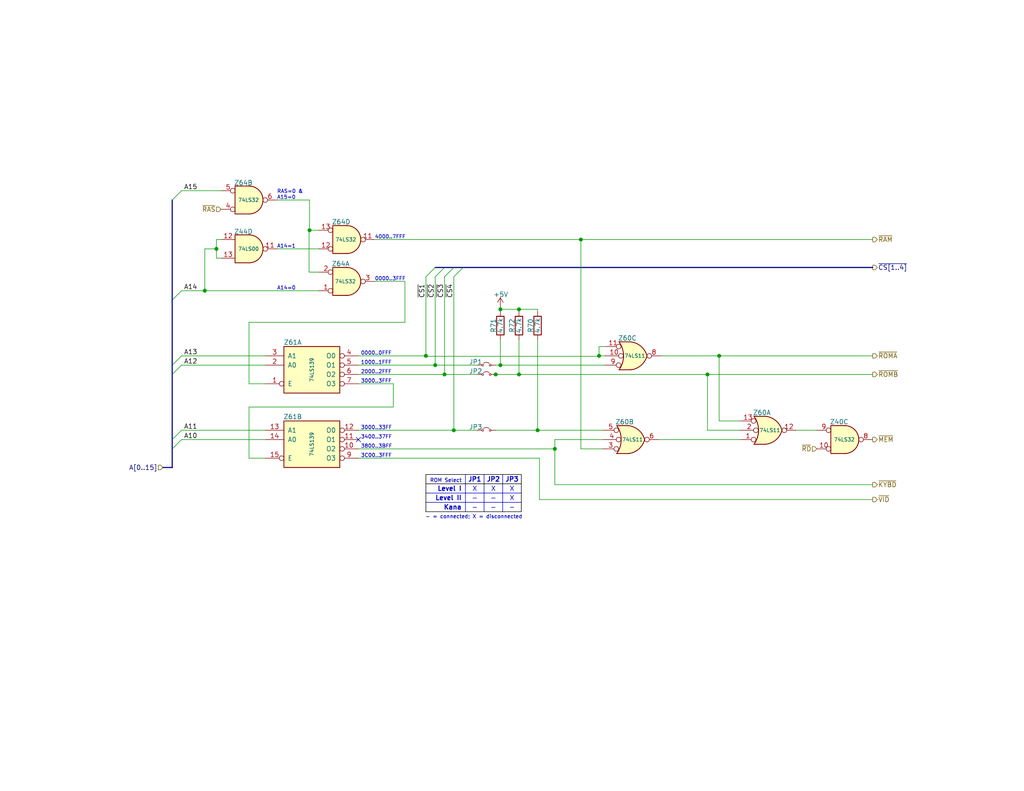
<source format=kicad_sch>
(kicad_sch (version 20250114) (generator "eeschema") (generator_version "9.0")
  (paper "USLetter")
  (title_block (title "TRS-80 Model I Rev HE11E011550") (date "2025-06-15") (rev "E1A") (company "RetroStack - Marcel Erz") (comment 2 "Address decoder circuit for main board components (except IO)") (comment 4 "Address Decoder"))
  (lib_symbols
    (symbol "74xx:74LS00" (pin_names (offset 1.016))
      (property "Reference" "U" (at 0 1.27 0))
      (property "Value" "74LS00" (at 0 -1.27 0))
      (symbol "74LS00_1_1"
        (arc (start 0 3.81) (mid 3.7934 0) (end 0 -3.81) (stroke (width 0.254)) (fill (type background)))
        (polyline (pts (xy 0 3.81) (xy -3.81 3.81) (xy -3.81 -3.81) (xy 0 -3.81)) (stroke (width 0.254)) (fill (type background)))
        (pin input line (at -7.62 2.54 0) (length 3.81) (name "~") (number "1"))
        (pin input line (at -7.62 -2.54 0) (length 3.81) (name "~") (number "2"))
        (pin output inverted (at 7.62 0 180) (length 3.81) (name "~") (number "3"))
      )
      (symbol "74LS00_1_2"
        (arc (start -3.81 3.81) (mid -2.589 0) (end -3.81 -3.81) (stroke (width 0.254)))
        (polyline (pts (xy -3.81 3.81) (xy -0.635 3.81)) (stroke (width 0.254)) (fill (type background)))
        (polyline (pts (xy -3.81 -3.81) (xy -0.635 -3.81)) (stroke (width 0.254)) (fill (type background)))
        (arc (start 3.81 0) (mid 2.1855 -2.584) (end -0.6096 -3.81) (stroke (width 0.254)) (fill (type background)))
        (arc (start -0.6096 3.81) (mid 2.1928 2.5924) (end 3.81 0) (stroke (width 0.254)) (fill (type background)))
        (polyline (pts (xy -0.635 3.81) (xy -3.81 3.81) (xy -3.81 3.81) (xy -3.556 3.4036) (xy -3.0226 2.2606) (xy -2.6924 1.0414) (xy -2.6162 -0.254) (xy -2.7686 -1.4986) (xy -3.175 -2.7178) (xy -3.81 -3.81) (xy -3.81 -3.81) (xy -0.635 -3.81)) (stroke (width -25.4)) (fill (type background)))
        (pin input inverted (at -7.62 2.54 0) (length 4.318) (name "~") (number "1"))
        (pin input inverted (at -7.62 -2.54 0) (length 4.318) (name "~") (number "2"))
        (pin output line (at 7.62 0 180) (length 3.81) (name "~") (number "3"))
      )
      (symbol "74LS00_2_1"
        (arc (start 0 3.81) (mid 3.7934 0) (end 0 -3.81) (stroke (width 0.254)) (fill (type background)))
        (polyline (pts (xy 0 3.81) (xy -3.81 3.81) (xy -3.81 -3.81) (xy 0 -3.81)) (stroke (width 0.254)) (fill (type background)))
        (pin input line (at -7.62 2.54 0) (length 3.81) (name "~") (number "4"))
        (pin input line (at -7.62 -2.54 0) (length 3.81) (name "~") (number "5"))
        (pin output inverted (at 7.62 0 180) (length 3.81) (name "~") (number "6"))
      )
      (symbol "74LS00_2_2"
        (arc (start -3.81 3.81) (mid -2.589 0) (end -3.81 -3.81) (stroke (width 0.254)))
        (polyline (pts (xy -3.81 3.81) (xy -0.635 3.81)) (stroke (width 0.254)) (fill (type background)))
        (polyline (pts (xy -3.81 -3.81) (xy -0.635 -3.81)) (stroke (width 0.254)) (fill (type background)))
        (arc (start 3.81 0) (mid 2.1855 -2.584) (end -0.6096 -3.81) (stroke (width 0.254)) (fill (type background)))
        (arc (start -0.6096 3.81) (mid 2.1928 2.5924) (end 3.81 0) (stroke (width 0.254)) (fill (type background)))
        (polyline (pts (xy -0.635 3.81) (xy -3.81 3.81) (xy -3.81 3.81) (xy -3.556 3.4036) (xy -3.0226 2.2606) (xy -2.6924 1.0414) (xy -2.6162 -0.254) (xy -2.7686 -1.4986) (xy -3.175 -2.7178) (xy -3.81 -3.81) (xy -3.81 -3.81) (xy -0.635 -3.81)) (stroke (width -25.4)) (fill (type background)))
        (pin input inverted (at -7.62 2.54 0) (length 4.318) (name "~") (number "4"))
        (pin input inverted (at -7.62 -2.54 0) (length 4.318) (name "~") (number "5"))
        (pin output line (at 7.62 0 180) (length 3.81) (name "~") (number "6"))
      )
      (symbol "74LS00_3_1"
        (arc (start 0 3.81) (mid 3.7934 0) (end 0 -3.81) (stroke (width 0.254)) (fill (type background)))
        (polyline (pts (xy 0 3.81) (xy -3.81 3.81) (xy -3.81 -3.81) (xy 0 -3.81)) (stroke (width 0.254)) (fill (type background)))
        (pin input line (at -7.62 2.54 0) (length 3.81) (name "~") (number "9"))
        (pin input line (at -7.62 -2.54 0) (length 3.81) (name "~") (number "10"))
        (pin output inverted (at 7.62 0 180) (length 3.81) (name "~") (number "8"))
      )
      (symbol "74LS00_3_2"
        (arc (start -3.81 3.81) (mid -2.589 0) (end -3.81 -3.81) (stroke (width 0.254)))
        (polyline (pts (xy -3.81 3.81) (xy -0.635 3.81)) (stroke (width 0.254)) (fill (type background)))
        (polyline (pts (xy -3.81 -3.81) (xy -0.635 -3.81)) (stroke (width 0.254)) (fill (type background)))
        (arc (start 3.81 0) (mid 2.1855 -2.584) (end -0.6096 -3.81) (stroke (width 0.254)) (fill (type background)))
        (arc (start -0.6096 3.81) (mid 2.1928 2.5924) (end 3.81 0) (stroke (width 0.254)) (fill (type background)))
        (polyline (pts (xy -0.635 3.81) (xy -3.81 3.81) (xy -3.81 3.81) (xy -3.556 3.4036) (xy -3.0226 2.2606) (xy -2.6924 1.0414) (xy -2.6162 -0.254) (xy -2.7686 -1.4986) (xy -3.175 -2.7178) (xy -3.81 -3.81) (xy -3.81 -3.81) (xy -0.635 -3.81)) (stroke (width -25.4)) (fill (type background)))
        (pin input inverted (at -7.62 2.54 0) (length 4.318) (name "~") (number "9"))
        (pin input inverted (at -7.62 -2.54 0) (length 4.318) (name "~") (number "10"))
        (pin output line (at 7.62 0 180) (length 3.81) (name "~") (number "8"))
      )
      (symbol "74LS00_4_1"
        (arc (start 0 3.81) (mid 3.7934 0) (end 0 -3.81) (stroke (width 0.254)) (fill (type background)))
        (polyline (pts (xy 0 3.81) (xy -3.81 3.81) (xy -3.81 -3.81) (xy 0 -3.81)) (stroke (width 0.254)) (fill (type background)))
        (pin input line (at -7.62 2.54 0) (length 3.81) (name "~") (number "12"))
        (pin input line (at -7.62 -2.54 0) (length 3.81) (name "~") (number "13"))
        (pin output inverted (at 7.62 0 180) (length 3.81) (name "~") (number "11"))
      )
      (symbol "74LS00_4_2"
        (arc (start -3.81 3.81) (mid -2.589 0) (end -3.81 -3.81) (stroke (width 0.254)))
        (polyline (pts (xy -3.81 3.81) (xy -0.635 3.81)) (stroke (width 0.254)) (fill (type background)))
        (polyline (pts (xy -3.81 -3.81) (xy -0.635 -3.81)) (stroke (width 0.254)) (fill (type background)))
        (arc (start 3.81 0) (mid 2.1855 -2.584) (end -0.6096 -3.81) (stroke (width 0.254)) (fill (type background)))
        (arc (start -0.6096 3.81) (mid 2.1928 2.5924) (end 3.81 0) (stroke (width 0.254)) (fill (type background)))
        (polyline (pts (xy -0.635 3.81) (xy -3.81 3.81) (xy -3.81 3.81) (xy -3.556 3.4036) (xy -3.0226 2.2606) (xy -2.6924 1.0414) (xy -2.6162 -0.254) (xy -2.7686 -1.4986) (xy -3.175 -2.7178) (xy -3.81 -3.81) (xy -3.81 -3.81) (xy -0.635 -3.81)) (stroke (width -25.4)) (fill (type background)))
        (pin input inverted (at -7.62 2.54 0) (length 4.318) (name "~") (number "12"))
        (pin input inverted (at -7.62 -2.54 0) (length 4.318) (name "~") (number "13"))
        (pin output line (at 7.62 0 180) (length 3.81) (name "~") (number "11"))
      )
      (symbol "74LS00_5_0"
        (pin power_in line (at 0 12.7 270) (length 5.08) (name "VCC") (number "14"))
        (pin power_in line (at 0 -12.7 90) (length 5.08) (name "GND") (number "7"))
      )
      (symbol "74LS00_5_1"
        (rectangle (start -5.08 7.62) (end 5.08 -7.62) (stroke (width 0.254)) (fill (type background)))
      )
    )
    (symbol "74xx:74LS11" (pin_names (offset 1.016))
      (property "Reference" "U" (at 0 1.27 0))
      (property "Value" "74LS11" (at 0 -1.27 0))
      (symbol "74LS11_1_1"
        (arc (start 0 3.81) (mid 3.7934 0) (end 0 -3.81) (stroke (width 0.254)) (fill (type background)))
        (polyline (pts (xy 0 3.81) (xy -3.81 3.81) (xy -3.81 -3.81) (xy 0 -3.81)) (stroke (width 0.254)) (fill (type background)))
        (pin input line (at -7.62 2.54 0) (length 3.81) (name "~") (number "1"))
        (pin input line (at -7.62 0 0) (length 3.81) (name "~") (number "2"))
        (pin input line (at -7.62 -2.54 0) (length 3.81) (name "~") (number "13"))
        (pin output line (at 7.62 0 180) (length 3.81) (name "~") (number "12"))
      )
      (symbol "74LS11_1_2"
        (arc (start -3.81 3.81) (mid -2.589 0) (end -3.81 -3.81) (stroke (width 0.254)))
        (polyline (pts (xy -3.81 3.81) (xy -0.635 3.81)) (stroke (width 0.254)) (fill (type background)))
        (polyline (pts (xy -3.81 -3.81) (xy -0.635 -3.81)) (stroke (width 0.254)) (fill (type background)))
        (arc (start 3.81 0) (mid 2.1855 -2.584) (end -0.6096 -3.81) (stroke (width 0.254)) (fill (type background)))
        (arc (start -0.6096 3.81) (mid 2.1928 2.5924) (end 3.81 0) (stroke (width 0.254)) (fill (type background)))
        (polyline (pts (xy -0.635 3.81) (xy -3.81 3.81) (xy -3.81 3.81) (xy -3.556 3.4036) (xy -3.0226 2.2606) (xy -2.6924 1.0414) (xy -2.6162 -0.254) (xy -2.7686 -1.4986) (xy -3.175 -2.7178) (xy -3.81 -3.81) (xy -3.81 -3.81) (xy -0.635 -3.81)) (stroke (width -25.4)) (fill (type background)))
        (pin input inverted (at -7.62 2.54 0) (length 4.318) (name "~") (number "1"))
        (pin input inverted (at -7.62 0 0) (length 4.953) (name "~") (number "2"))
        (pin input inverted (at -7.62 -2.54 0) (length 4.318) (name "~") (number "13"))
        (pin output inverted (at 7.62 0 180) (length 3.81) (name "~") (number "12"))
      )
      (symbol "74LS11_2_1"
        (arc (start 0 3.81) (mid 3.7934 0) (end 0 -3.81) (stroke (width 0.254)) (fill (type background)))
        (polyline (pts (xy 0 3.81) (xy -3.81 3.81) (xy -3.81 -3.81) (xy 0 -3.81)) (stroke (width 0.254)) (fill (type background)))
        (pin input line (at -7.62 2.54 0) (length 3.81) (name "~") (number "3"))
        (pin input line (at -7.62 0 0) (length 3.81) (name "~") (number "4"))
        (pin input line (at -7.62 -2.54 0) (length 3.81) (name "~") (number "5"))
        (pin output line (at 7.62 0 180) (length 3.81) (name "~") (number "6"))
      )
      (symbol "74LS11_2_2"
        (arc (start -3.81 3.81) (mid -2.589 0) (end -3.81 -3.81) (stroke (width 0.254)))
        (polyline (pts (xy -3.81 3.81) (xy -0.635 3.81)) (stroke (width 0.254)) (fill (type background)))
        (polyline (pts (xy -3.81 -3.81) (xy -0.635 -3.81)) (stroke (width 0.254)) (fill (type background)))
        (arc (start 3.81 0) (mid 2.1855 -2.584) (end -0.6096 -3.81) (stroke (width 0.254)) (fill (type background)))
        (arc (start -0.6096 3.81) (mid 2.1928 2.5924) (end 3.81 0) (stroke (width 0.254)) (fill (type background)))
        (polyline (pts (xy -0.635 3.81) (xy -3.81 3.81) (xy -3.81 3.81) (xy -3.556 3.4036) (xy -3.0226 2.2606) (xy -2.6924 1.0414) (xy -2.6162 -0.254) (xy -2.7686 -1.4986) (xy -3.175 -2.7178) (xy -3.81 -3.81) (xy -3.81 -3.81) (xy -0.635 -3.81)) (stroke (width -25.4)) (fill (type background)))
        (pin input inverted (at -7.62 2.54 0) (length 4.318) (name "~") (number "3"))
        (pin input inverted (at -7.62 0 0) (length 4.953) (name "~") (number "4"))
        (pin input inverted (at -7.62 -2.54 0) (length 4.318) (name "~") (number "5"))
        (pin output inverted (at 7.62 0 180) (length 3.81) (name "~") (number "6"))
      )
      (symbol "74LS11_3_1"
        (arc (start 0 3.81) (mid 3.7934 0) (end 0 -3.81) (stroke (width 0.254)) (fill (type background)))
        (polyline (pts (xy 0 3.81) (xy -3.81 3.81) (xy -3.81 -3.81) (xy 0 -3.81)) (stroke (width 0.254)) (fill (type background)))
        (pin input line (at -7.62 2.54 0) (length 3.81) (name "~") (number "9"))
        (pin input line (at -7.62 0 0) (length 3.81) (name "~") (number "10"))
        (pin input line (at -7.62 -2.54 0) (length 3.81) (name "~") (number "11"))
        (pin output line (at 7.62 0 180) (length 3.81) (name "~") (number "8"))
      )
      (symbol "74LS11_3_2"
        (arc (start -3.81 3.81) (mid -2.589 0) (end -3.81 -3.81) (stroke (width 0.254)))
        (polyline (pts (xy -3.81 3.81) (xy -0.635 3.81)) (stroke (width 0.254)) (fill (type background)))
        (polyline (pts (xy -3.81 -3.81) (xy -0.635 -3.81)) (stroke (width 0.254)) (fill (type background)))
        (arc (start 3.81 0) (mid 2.1855 -2.584) (end -0.6096 -3.81) (stroke (width 0.254)) (fill (type background)))
        (arc (start -0.6096 3.81) (mid 2.1928 2.5924) (end 3.81 0) (stroke (width 0.254)) (fill (type background)))
        (polyline (pts (xy -0.635 3.81) (xy -3.81 3.81) (xy -3.81 3.81) (xy -3.556 3.4036) (xy -3.0226 2.2606) (xy -2.6924 1.0414) (xy -2.6162 -0.254) (xy -2.7686 -1.4986) (xy -3.175 -2.7178) (xy -3.81 -3.81) (xy -3.81 -3.81) (xy -0.635 -3.81)) (stroke (width -25.4)) (fill (type background)))
        (pin input inverted (at -7.62 2.54 0) (length 4.318) (name "~") (number "9"))
        (pin input inverted (at -7.62 0 0) (length 4.953) (name "~") (number "10"))
        (pin input inverted (at -7.62 -2.54 0) (length 4.318) (name "~") (number "11"))
        (pin output inverted (at 7.62 0 180) (length 3.81) (name "~") (number "8"))
      )
      (symbol "74LS11_4_0"
        (pin power_in line (at 0 12.7 270) (length 5.08) (name "VCC") (number "14"))
        (pin power_in line (at 0 -12.7 90) (length 5.08) (name "GND") (number "7"))
      )
      (symbol "74LS11_4_1"
        (rectangle (start -5.08 7.62) (end 5.08 -7.62) (stroke (width 0.254)) (fill (type background)))
      )
    )
    (symbol "74xx:74LS139" (pin_names (offset 1.016))
      (property "Reference" "U" (at -7.62 8.89 0))
      (property "Value" "74LS139" (at -7.62 -8.89 0))
      (symbol "74LS139_1_0"
        (pin input line (at -12.7 2.54 0) (length 5.08) (name "A1") (number "3"))
        (pin input line (at -12.7 0 0) (length 5.08) (name "A0") (number "2"))
        (pin input inverted (at -12.7 -5.08 0) (length 5.08) (name "E") (number "1"))
        (pin output inverted (at 12.7 2.54 180) (length 5.08) (name "O0") (number "4"))
        (pin output inverted (at 12.7 0 180) (length 5.08) (name "O1") (number "5"))
        (pin output inverted (at 12.7 -2.54 180) (length 5.08) (name "O2") (number "6"))
        (pin output inverted (at 12.7 -5.08 180) (length 5.08) (name "O3") (number "7"))
      )
      (symbol "74LS139_1_1"
        (rectangle (start -7.62 5.08) (end 7.62 -7.62) (stroke (width 0.254)) (fill (type background)))
      )
      (symbol "74LS139_2_0"
        (pin input line (at -12.7 2.54 0) (length 5.08) (name "A1") (number "13"))
        (pin input line (at -12.7 0 0) (length 5.08) (name "A0") (number "14"))
        (pin input inverted (at -12.7 -5.08 0) (length 5.08) (name "E") (number "15"))
        (pin output inverted (at 12.7 2.54 180) (length 5.08) (name "O0") (number "12"))
        (pin output inverted (at 12.7 0 180) (length 5.08) (name "O1") (number "11"))
        (pin output inverted (at 12.7 -2.54 180) (length 5.08) (name "O2") (number "10"))
        (pin output inverted (at 12.7 -5.08 180) (length 5.08) (name "O3") (number "9"))
      )
      (symbol "74LS139_2_1"
        (rectangle (start -7.62 5.08) (end 7.62 -7.62) (stroke (width 0.254)) (fill (type background)))
      )
      (symbol "74LS139_3_0"
        (pin power_in line (at 0 12.7 270) (length 5.08) (name "VCC") (number "16"))
        (pin power_in line (at 0 -12.7 90) (length 5.08) (name "GND") (number "8"))
      )
      (symbol "74LS139_3_1"
        (rectangle (start -5.08 7.62) (end 5.08 -7.62) (stroke (width 0.254)) (fill (type background)))
      )
    )
    (symbol "74xx:74LS32" (pin_names (offset 1.016))
      (property "Reference" "U" (at 0 1.27 0))
      (property "Value" "74LS32" (at 0 -1.27 0))
      (symbol "74LS32_1_1"
        (arc (start -3.81 3.81) (mid -2.589 0) (end -3.81 -3.81) (stroke (width 0.254)))
        (polyline (pts (xy -3.81 3.81) (xy -0.635 3.81)) (stroke (width 0.254)) (fill (type background)))
        (polyline (pts (xy -3.81 -3.81) (xy -0.635 -3.81)) (stroke (width 0.254)) (fill (type background)))
        (arc (start 3.81 0) (mid 2.1855 -2.584) (end -0.6096 -3.81) (stroke (width 0.254)) (fill (type background)))
        (arc (start -0.6096 3.81) (mid 2.1928 2.5924) (end 3.81 0) (stroke (width 0.254)) (fill (type background)))
        (polyline (pts (xy -0.635 3.81) (xy -3.81 3.81) (xy -3.81 3.81) (xy -3.556 3.4036) (xy -3.0226 2.2606) (xy -2.6924 1.0414) (xy -2.6162 -0.254) (xy -2.7686 -1.4986) (xy -3.175 -2.7178) (xy -3.81 -3.81) (xy -3.81 -3.81) (xy -0.635 -3.81)) (stroke (width -25.4)) (fill (type background)))
        (pin input line (at -7.62 2.54 0) (length 4.318) (name "~") (number "1"))
        (pin input line (at -7.62 -2.54 0) (length 4.318) (name "~") (number "2"))
        (pin output line (at 7.62 0 180) (length 3.81) (name "~") (number "3"))
      )
      (symbol "74LS32_1_2"
        (arc (start 0 3.81) (mid 3.7934 0) (end 0 -3.81) (stroke (width 0.254)) (fill (type background)))
        (polyline (pts (xy 0 3.81) (xy -3.81 3.81) (xy -3.81 -3.81) (xy 0 -3.81)) (stroke (width 0.254)) (fill (type background)))
        (pin input inverted (at -7.62 2.54 0) (length 3.81) (name "~") (number "1"))
        (pin input inverted (at -7.62 -2.54 0) (length 3.81) (name "~") (number "2"))
        (pin output inverted (at 7.62 0 180) (length 3.81) (name "~") (number "3"))
      )
      (symbol "74LS32_2_1"
        (arc (start -3.81 3.81) (mid -2.589 0) (end -3.81 -3.81) (stroke (width 0.254)))
        (polyline (pts (xy -3.81 3.81) (xy -0.635 3.81)) (stroke (width 0.254)) (fill (type background)))
        (polyline (pts (xy -3.81 -3.81) (xy -0.635 -3.81)) (stroke (width 0.254)) (fill (type background)))
        (arc (start 3.81 0) (mid 2.1855 -2.584) (end -0.6096 -3.81) (stroke (width 0.254)) (fill (type background)))
        (arc (start -0.6096 3.81) (mid 2.1928 2.5924) (end 3.81 0) (stroke (width 0.254)) (fill (type background)))
        (polyline (pts (xy -0.635 3.81) (xy -3.81 3.81) (xy -3.81 3.81) (xy -3.556 3.4036) (xy -3.0226 2.2606) (xy -2.6924 1.0414) (xy -2.6162 -0.254) (xy -2.7686 -1.4986) (xy -3.175 -2.7178) (xy -3.81 -3.81) (xy -3.81 -3.81) (xy -0.635 -3.81)) (stroke (width -25.4)) (fill (type background)))
        (pin input line (at -7.62 2.54 0) (length 4.318) (name "~") (number "4"))
        (pin input line (at -7.62 -2.54 0) (length 4.318) (name "~") (number "5"))
        (pin output line (at 7.62 0 180) (length 3.81) (name "~") (number "6"))
      )
      (symbol "74LS32_2_2"
        (arc (start 0 3.81) (mid 3.7934 0) (end 0 -3.81) (stroke (width 0.254)) (fill (type background)))
        (polyline (pts (xy 0 3.81) (xy -3.81 3.81) (xy -3.81 -3.81) (xy 0 -3.81)) (stroke (width 0.254)) (fill (type background)))
        (pin input inverted (at -7.62 2.54 0) (length 3.81) (name "~") (number "4"))
        (pin input inverted (at -7.62 -2.54 0) (length 3.81) (name "~") (number "5"))
        (pin output inverted (at 7.62 0 180) (length 3.81) (name "~") (number "6"))
      )
      (symbol "74LS32_3_1"
        (arc (start -3.81 3.81) (mid -2.589 0) (end -3.81 -3.81) (stroke (width 0.254)))
        (polyline (pts (xy -3.81 3.81) (xy -0.635 3.81)) (stroke (width 0.254)) (fill (type background)))
        (polyline (pts (xy -3.81 -3.81) (xy -0.635 -3.81)) (stroke (width 0.254)) (fill (type background)))
        (arc (start 3.81 0) (mid 2.1855 -2.584) (end -0.6096 -3.81) (stroke (width 0.254)) (fill (type background)))
        (arc (start -0.6096 3.81) (mid 2.1928 2.5924) (end 3.81 0) (stroke (width 0.254)) (fill (type background)))
        (polyline (pts (xy -0.635 3.81) (xy -3.81 3.81) (xy -3.81 3.81) (xy -3.556 3.4036) (xy -3.0226 2.2606) (xy -2.6924 1.0414) (xy -2.6162 -0.254) (xy -2.7686 -1.4986) (xy -3.175 -2.7178) (xy -3.81 -3.81) (xy -3.81 -3.81) (xy -0.635 -3.81)) (stroke (width -25.4)) (fill (type background)))
        (pin input line (at -7.62 2.54 0) (length 4.318) (name "~") (number "9"))
        (pin input line (at -7.62 -2.54 0) (length 4.318) (name "~") (number "10"))
        (pin output line (at 7.62 0 180) (length 3.81) (name "~") (number "8"))
      )
      (symbol "74LS32_3_2"
        (arc (start 0 3.81) (mid 3.7934 0) (end 0 -3.81) (stroke (width 0.254)) (fill (type background)))
        (polyline (pts (xy 0 3.81) (xy -3.81 3.81) (xy -3.81 -3.81) (xy 0 -3.81)) (stroke (width 0.254)) (fill (type background)))
        (pin input inverted (at -7.62 2.54 0) (length 3.81) (name "~") (number "9"))
        (pin input inverted (at -7.62 -2.54 0) (length 3.81) (name "~") (number "10"))
        (pin output inverted (at 7.62 0 180) (length 3.81) (name "~") (number "8"))
      )
      (symbol "74LS32_4_1"
        (arc (start -3.81 3.81) (mid -2.589 0) (end -3.81 -3.81) (stroke (width 0.254)))
        (polyline (pts (xy -3.81 3.81) (xy -0.635 3.81)) (stroke (width 0.254)) (fill (type background)))
        (polyline (pts (xy -3.81 -3.81) (xy -0.635 -3.81)) (stroke (width 0.254)) (fill (type background)))
        (arc (start 3.81 0) (mid 2.1855 -2.584) (end -0.6096 -3.81) (stroke (width 0.254)) (fill (type background)))
        (arc (start -0.6096 3.81) (mid 2.1928 2.5924) (end 3.81 0) (stroke (width 0.254)) (fill (type background)))
        (polyline (pts (xy -0.635 3.81) (xy -3.81 3.81) (xy -3.81 3.81) (xy -3.556 3.4036) (xy -3.0226 2.2606) (xy -2.6924 1.0414) (xy -2.6162 -0.254) (xy -2.7686 -1.4986) (xy -3.175 -2.7178) (xy -3.81 -3.81) (xy -3.81 -3.81) (xy -0.635 -3.81)) (stroke (width -25.4)) (fill (type background)))
        (pin input line (at -7.62 2.54 0) (length 4.318) (name "~") (number "12"))
        (pin input line (at -7.62 -2.54 0) (length 4.318) (name "~") (number "13"))
        (pin output line (at 7.62 0 180) (length 3.81) (name "~") (number "11"))
      )
      (symbol "74LS32_4_2"
        (arc (start 0 3.81) (mid 3.7934 0) (end 0 -3.81) (stroke (width 0.254)) (fill (type background)))
        (polyline (pts (xy 0 3.81) (xy -3.81 3.81) (xy -3.81 -3.81) (xy 0 -3.81)) (stroke (width 0.254)) (fill (type background)))
        (pin input inverted (at -7.62 2.54 0) (length 3.81) (name "~") (number "12"))
        (pin input inverted (at -7.62 -2.54 0) (length 3.81) (name "~") (number "13"))
        (pin output inverted (at 7.62 0 180) (length 3.81) (name "~") (number "11"))
      )
      (symbol "74LS32_5_0"
        (pin power_in line (at 0 12.7 270) (length 5.08) (name "VCC") (number "14"))
        (pin power_in line (at 0 -12.7 90) (length 5.08) (name "GND") (number "7"))
      )
      (symbol "74LS32_5_1"
        (rectangle (start -5.08 7.62) (end 5.08 -7.62) (stroke (width 0.254)) (fill (type background)))
      )
    )
    (symbol "Device:R" (pin_numbers (hide yes)) (pin_names (offset 0))
      (property "Reference" "R" (at 2.032 0 90))
      (property "Value" "R" (at 0 0 90))
      (symbol "R_0_1"
        (rectangle (start -1.016 -2.54) (end 1.016 2.54) (stroke (width 0.254)))
      )
      (symbol "R_1_1"
        (pin passive line (at 0 3.81 270) (length 1.27) (name "~") (number "1"))
        (pin passive line (at 0 -3.81 90) (length 1.27) (name "~") (number "2"))
      )
    )
    (symbol "Library:TRS80_Model_I_Jumper_2_Jap" (pin_numbers (hide yes)) (pin_names (offset 0) (hide yes))
      (property "Reference" "JP" (at 0 2.794 0))
      (property "Value" "TRS80_Model_I_Jumper_2_Jap" (at 0 -2.286 0))
      (symbol "TRS80_Model_I_Jumper_2_Jap_0_0"
        (circle (center -1.016 0) (radius 0.254))
        (circle (center 1.016 0) (radius 0.254))
      )
      (symbol "TRS80_Model_I_Jumper_2_Jap_0_1"
        (arc (start -0.762 0.5116) (mid 0 0.7649) (end 0.762 0.5116))
      )
      (symbol "TRS80_Model_I_Jumper_2_Jap_1_1"
        (pin passive line (at -2.54 0 0) (length 1.27) (name "A") (number "1"))
        (pin passive line (at 2.54 0 180) (length 1.27) (name "B") (number "2"))
      )
    )
    (symbol "power:+5V" (power) (pin_numbers (hide yes)) (pin_names (offset 0) (hide yes))
      (property "Value" "+5V" (at 0 3.556 0))
      (symbol "+5V_0_1"
        (polyline (pts (xy -0.762 1.27) (xy 0 2.54)))
        (polyline (pts (xy 0 2.54) (xy 0.762 1.27)))
        (polyline (pts (xy 0 0) (xy 0 2.54)))
      )
      (symbol "+5V_1_1"
        (pin power_in line (at 0 0 90) (length 0) (name "~") (number "1"))
      )
    )
  )
  (text "RAS=0 &\nA15=0" (at 75.565 54.61 0) (effects (font (size 1 1)) (justify left bottom)))
  (text "4000..7FFF" (at 102.235 65.405 0) (effects (font (size 1 1)) (justify left bottom)))
  (text "3000..33FF" (at 98.425 117.475 0) (effects (font (size 1 1)) (justify left bottom)))
  (text "0000..0FFF" (at 98.425 97.155 0) (effects (font (size 1 1)) (justify left bottom)))
  (text "- = connected; X = disconnected" (at 129.286 141.224 0) (effects (font (size 1 1))))
  (text "A14=1" (at 75.565 67.945 0) (effects (font (size 1 1)) (justify left bottom)))
  (text "1000..1FFF" (at 98.425 99.695 0) (effects (font (size 1 1)) (justify left bottom)))
  (text "3000..3FFF" (at 98.425 104.775 0) (effects (font (size 1 1)) (justify left bottom)))
  (text "3800..3BFF" (at 98.425 122.555 0) (effects (font (size 1 1)) (justify left bottom)))
  (text "3C00..3FFF" (at 98.425 125.095 0) (effects (font (size 1 1)) (justify left bottom)))
  (text "A14=0" (at 75.565 79.375 0) (effects (font (size 1 1)) (justify left bottom)))
  (text "3400..37FF" (at 98.425 120.015 0) (effects (font (size 1 1)) (justify left bottom)))
  (text "2000..2FFF" (at 98.425 102.235 0) (effects (font (size 1 1)) (justify left bottom)))
  (text "0000..3FFF" (at 102.235 76.835 0) (effects (font (size 1 1)) (justify left bottom)))
  (junction (at 116.205 97.155))
  (junction (at 84.455 62.865))
  (junction (at 193.04 102.235))
  (junction (at 135.255 102.235))
  (junction (at 146.685 117.475))
  (junction (at 141.605 84.455))
  (junction (at 59.055 67.945))
  (junction (at 158.496 65.405))
  (junction (at 123.825 117.475))
  (junction (at 196.215 97.155))
  (junction (at 163.449 97.155))
  (junction (at 55.88 79.375))
  (junction (at 136.525 99.695))
  (junction (at 141.605 102.235))
  (junction (at 121.285 102.235))
  (junction (at 151.384 122.555))
  (junction (at 136.525 84.455))
  (junction (at 118.745 99.695))
  (no_connect (at 97.79 120.015))
  (bus_entry (at 121.285 75.565) (size 2.54 -2.54))
  (bus_entry (at 123.825 75.565) (size 2.54 -2.54))
  (bus_entry (at 116.205 75.565) (size 2.54 -2.54))
  (bus_entry (at 49.53 99.695) (size -2.54 2.54))
  (bus_entry (at 49.53 120.015) (size -2.54 2.54))
  (bus_entry (at 49.53 79.375) (size -2.54 2.54))
  (bus_entry (at 49.53 52.07) (size -2.54 2.54))
  (bus_entry (at 49.53 117.475) (size -2.54 2.54))
  (bus_entry (at 118.745 75.565) (size 2.54 -2.54))
  (bus_entry (at 49.53 97.155) (size -2.54 2.54))
  (wire (pts (xy 110.49 76.835) (xy 110.49 88.011)))
  (wire (pts (xy 72.39 99.695) (xy 49.53 99.695)))
  (wire (pts (xy 102.235 76.835) (xy 110.49 76.835)))
  (wire (pts (xy 121.285 75.565) (xy 121.285 102.235)))
  (wire (pts (xy 136.525 92.71) (xy 136.525 99.695)))
  (wire (pts (xy 151.384 132.334) (xy 238.125 132.334)))
  (wire (pts (xy 136.525 84.455) (xy 136.525 85.09)))
  (wire (pts (xy 141.605 92.71) (xy 141.605 102.235)))
  (wire (pts (xy 147.193 125.095) (xy 147.193 136.398)))
  (wire (pts (xy 123.825 117.475) (xy 130.175 117.475)))
  (wire (pts (xy 193.04 117.475) (xy 201.93 117.475)))
  (bus (pts (xy 123.825 73.025) (xy 126.365 73.025)))
  (bus (pts (xy 121.285 73.025) (xy 123.825 73.025)))
  (bus (pts (xy 44.45 127.635) (xy 46.99 127.635)))
  (wire (pts (xy 49.53 120.015) (xy 72.39 120.015)))
  (wire (pts (xy 217.17 117.475) (xy 222.885 117.475)))
  (wire (pts (xy 146.685 85.09) (xy 146.685 84.455)))
  (bus (pts (xy 46.99 81.915) (xy 46.99 99.695)))
  (wire (pts (xy 123.825 75.565) (xy 123.825 117.475)))
  (wire (pts (xy 97.79 97.155) (xy 116.205 97.155)))
  (wire (pts (xy 151.384 120.015) (xy 164.465 120.015)))
  (wire (pts (xy 86.995 74.295) (xy 84.328 74.295)))
  (wire (pts (xy 180.34 97.155) (xy 196.215 97.155)))
  (wire (pts (xy 163.449 94.615) (xy 163.449 97.155)))
  (wire (pts (xy 67.945 125.095) (xy 72.39 125.095)))
  (wire (pts (xy 59.055 67.945) (xy 59.055 70.485)))
  (wire (pts (xy 196.215 97.155) (xy 196.215 114.935)))
  (wire (pts (xy 97.79 117.475) (xy 123.825 117.475)))
  (bus (pts (xy 118.745 73.025) (xy 121.285 73.025)))
  (wire (pts (xy 201.93 114.935) (xy 196.215 114.935)))
  (wire (pts (xy 136.525 99.695) (xy 165.1 99.695)))
  (wire (pts (xy 75.565 67.945) (xy 86.995 67.945)))
  (wire (pts (xy 146.685 117.475) (xy 164.465 117.475)))
  (wire (pts (xy 55.88 79.375) (xy 55.88 67.945)))
  (wire (pts (xy 163.449 97.155) (xy 165.1 97.155)))
  (wire (pts (xy 84.455 54.61) (xy 84.455 62.865)))
  (wire (pts (xy 141.605 102.235) (xy 193.04 102.235)))
  (bus (pts (xy 126.365 73.025) (xy 238.125 73.025)))
  (wire (pts (xy 135.255 102.235) (xy 141.605 102.235)))
  (wire (pts (xy 86.995 79.375) (xy 55.88 79.375)))
  (wire (pts (xy 151.384 122.555) (xy 151.384 132.334)))
  (wire (pts (xy 59.055 65.405) (xy 59.055 67.945)))
  (bus (pts (xy 46.99 102.235) (xy 46.99 120.015)))
  (wire (pts (xy 75.565 54.61) (xy 84.455 54.61)))
  (bus (pts (xy 46.99 81.915) (xy 46.99 54.61)))
  (wire (pts (xy 60.325 70.485) (xy 59.055 70.485)))
  (wire (pts (xy 84.328 62.865) (xy 84.328 74.295)))
  (wire (pts (xy 165.1 94.615) (xy 163.449 94.615)))
  (wire (pts (xy 158.496 65.405) (xy 238.125 65.405)))
  (wire (pts (xy 135.001 102.235) (xy 135.255 102.235)))
  (wire (pts (xy 141.605 84.455) (xy 141.605 85.09)))
  (wire (pts (xy 146.685 84.455) (xy 141.605 84.455)))
  (bus (pts (xy 46.99 99.695) (xy 46.99 102.235)))
  (wire (pts (xy 55.88 67.945) (xy 59.055 67.945)))
  (wire (pts (xy 102.235 65.405) (xy 158.496 65.405)))
  (bus (pts (xy 46.99 122.555) (xy 46.99 127.635)))
  (wire (pts (xy 116.205 97.155) (xy 116.205 97.282)))
  (wire (pts (xy 67.945 111.125) (xy 67.945 125.095)))
  (wire (pts (xy 146.685 92.71) (xy 146.685 117.475)))
  (wire (pts (xy 151.384 120.015) (xy 151.384 122.555)))
  (wire (pts (xy 97.79 122.555) (xy 151.384 122.555)))
  (wire (pts (xy 97.79 102.235) (xy 121.285 102.235)))
  (wire (pts (xy 135.255 117.475) (xy 146.685 117.475)))
  (wire (pts (xy 49.53 79.375) (xy 55.88 79.375)))
  (wire (pts (xy 107.315 104.775) (xy 107.315 111.125)))
  (wire (pts (xy 49.53 117.475) (xy 72.39 117.475)))
  (wire (pts (xy 67.945 104.775) (xy 72.39 104.775)))
  (wire (pts (xy 158.496 65.405) (xy 158.496 122.555)))
  (wire (pts (xy 49.53 52.07) (xy 60.325 52.07)))
  (wire (pts (xy 60.325 65.405) (xy 59.055 65.405)))
  (wire (pts (xy 118.745 99.695) (xy 130.175 99.695)))
  (wire (pts (xy 116.205 75.565) (xy 116.205 97.155)))
  (wire (pts (xy 147.193 125.095) (xy 97.79 125.095)))
  (wire (pts (xy 84.455 62.865) (xy 84.328 62.865)))
  (wire (pts (xy 116.205 97.282) (xy 163.449 97.282)))
  (wire (pts (xy 141.605 84.455) (xy 136.525 84.455)))
  (wire (pts (xy 118.745 75.565) (xy 118.745 99.695)))
  (wire (pts (xy 97.79 99.695) (xy 118.745 99.695)))
  (wire (pts (xy 136.525 99.695) (xy 135.255 99.695)))
  (bus (pts (xy 46.99 120.015) (xy 46.99 122.555)))
  (wire (pts (xy 193.04 102.235) (xy 238.125 102.235)))
  (wire (pts (xy 84.455 62.865) (xy 86.995 62.865)))
  (wire (pts (xy 136.525 83.82) (xy 136.525 84.455)))
  (wire (pts (xy 158.496 122.555) (xy 164.465 122.555)))
  (wire (pts (xy 196.215 97.155) (xy 238.125 97.155)))
  (wire (pts (xy 193.04 102.235) (xy 193.04 117.475)))
  (wire (pts (xy 110.49 88.011) (xy 67.945 88.011)))
  (wire (pts (xy 163.449 97.155) (xy 163.449 97.282)))
  (wire (pts (xy 121.285 102.235) (xy 130.175 102.235)))
  (wire (pts (xy 67.945 88.011) (xy 67.945 104.775)))
  (wire (pts (xy 49.53 97.155) (xy 72.39 97.155)))
  (wire (pts (xy 238.125 136.398) (xy 147.193 136.398)))
  (wire (pts (xy 179.705 120.015) (xy 201.93 120.015)))
  (wire (pts (xy 107.315 111.125) (xy 67.945 111.125)))
  (wire (pts (xy 97.79 104.775) (xy 107.315 104.775)))
  (table (column_count 4) (border (external yes) (header yes) (stroke (width 0.3) (color 0 0 0 1))) (separators (rows yes) (cols yes)) (column_widths 10.795 5.08 5.08 5.08) (row_heights 2.54 2.54 2.54 2.54) (cells (table_cell "ROM Select" (at 116.205 129.54 0) (size 10.795 2.54) (margins 0.9525 0.9525 0.9525 0.9525) (span 1 1)) (table_cell "JP1" (at 127 129.54 0) (size 5.08 2.54) (margins 0.9525 0.9525 0.9525 0.9525) (span 1 1)) (table_cell "JP2" (at 132.08 129.54 0) (size 5.08 2.54) (margins 0.9525 0.9525 0.9525 0.9525) (span 1 1)) (table_cell "JP3" (at 137.16 129.54 0) (size 5.08 2.54) (margins 0.9525 0.9525 0.9525 0.9525) (span 1 1)) (table_cell "Level I" (at 116.205 132.08 0) (size 10.795 2.54) (margins 0.9525 0.9525 0.9525 0.9525) (span 1 1)) (table_cell "X" (at 127 132.08 0) (size 5.08 2.54) (margins 0.9525 0.9525 0.9525 0.9525) (span 1 1)) (table_cell "X" (at 132.08 132.08 0) (size 5.08 2.54) (margins 0.9525 0.9525 0.9525 0.9525) (span 1 1)) (table_cell "X" (at 137.16 132.08 0) (size 5.08 2.54) (margins 0.9525 0.9525 0.9525 0.9525) (span 1 1)) (table_cell "Level II" (at 116.205 134.62 0) (size 10.795 2.54) (margins 0.9525 0.9525 0.9525 0.9525) (span 1 1)) (table_cell "-" (at 127 134.62 0) (size 5.08 2.54) (margins 0.9525 0.9525 0.9525 0.9525) (span 1 1)) (table_cell "-" (at 132.08 134.62 0) (size 5.08 2.54) (margins 0.9525 0.9525 0.9525 0.9525) (span 1 1)) (table_cell "X" (at 137.16 134.62 0) (size 5.08 2.54) (margins 0.9525 0.9525 0.9525 0.9525) (span 1 1)) (table_cell "Kana" (at 116.205 137.16 0) (size 10.795 2.54) (margins 0.9525 0.9525 0.9525 0.9525) (span 1 1)) (table_cell "-" (at 127 137.16 0) (size 5.08 2.54) (margins 0.9525 0.9525 0.9525 0.9525) (span 1 1)) (table_cell "-" (at 132.08 137.16 0) (size 5.08 2.54) (margins 0.9525 0.9525 0.9525 0.9525) (span 1 1)) (table_cell "-" (at 137.16 137.16 0) (size 5.08 2.54) (margins 0.9525 0.9525 0.9525 0.9525) (span 1 1))))
  (label "~{CS2}" (at 118.745 77.47 270))
  (label "A10" (at 50.165 120.015 0))
  (label "A14" (at 50.165 79.375 0))
  (label "A12" (at 50.165 99.695 0))
  (label "~{CS4}" (at 123.825 77.47 270))
  (label "A13" (at 50.165 97.155 0))
  (label "~{CS3}" (at 121.285 77.47 270))
  (label "A15" (at 50.165 52.07 0))
  (label "A11" (at 50.165 117.475 0))
  (label "~{CS1}" (at 116.205 77.47 270))
  (hierarchical_label "~{ROMB}" (shape output) (at 238.125 102.235 0))
  (hierarchical_label "~{MEM}" (shape output) (at 238.125 120.015 0))
  (hierarchical_label "~{ROMA}" (shape output) (at 238.125 97.155 0))
  (hierarchical_label "~{CS[1..4]}" (shape output) (at 238.125 73.025 0))
  (hierarchical_label "~{VID}" (shape output) (at 238.125 136.398 0))
  (hierarchical_label "A[0..15]" (shape input) (at 44.45 127.635 180))
  (hierarchical_label "~{RAM}" (shape output) (at 238.125 65.405 0))
  (hierarchical_label "~{RAS}" (shape input) (at 60.325 57.15 180))
  (hierarchical_label "~{RD}" (shape input) (at 222.885 122.555 180))
  (hierarchical_label "~{KYBD}" (shape output) (at 238.125 132.334 0))
  (symbol (lib_id "74xx:74LS11") (at 209.55 117.475 0) (mirror x) (unit 1) (convert 2)
    (property "Reference" "Z60" (at 207.899 112.649 0))
    (property "Value" "74LS11" (at 210.058 117.475 0) (effects (font (size 1 1))))
    (property "Footprint" "Library:TRS80_Model_I_DIP14_Jap" (effects (hide yes)))
    (property "Datasheet" "http://www.ti.com/lit/gpn/sn74LS11" (effects (hide yes)))
    (property "Description" "Triple 3-input AND" (effects (hide yes)))
  )
  (symbol (lib_id "Library:TRS80_Model_I_Jumper_2_Jap") (at 132.715 102.235 0) (unit 1)
    (property "Reference" "JP2" (at 129.794 101.346 0))
    (property "Value" "TRS80_Model_I_Jumper_2_Jap" (effects (hide yes)))
    (property "Footprint" "Library:TRS80_Model_I_Jumper_2_Open_Jap" (effects (hide yes)))
    (property "Description" "Jumper, 2-pole, small symbol, open" (effects (hide yes)))
  )
  (symbol (lib_id "74xx:74LS139") (at 85.09 120.015 0) (unit 2)
    (property "Reference" "Z61" (at 79.883 113.792 0))
    (property "Value" "74LS139" (at 85.09 121.285 90) (effects (font (size 1 1))))
    (property "Footprint" "Library:TRS80_Model_I_DIP16_Jap" (effects (hide yes)))
    (property "Datasheet" "http://www.ti.com/lit/ds/symlink/sn74ls139a.pdf" (effects (hide yes)))
    (property "Description" "Dual Decoder 1 of 4, Active low outputs" (effects (hide yes)))
  )
  (symbol (lib_id "Device:R") (at 136.525 88.9 180) (unit 1)
    (property "Reference" "R71" (at 134.62 88.9 90))
    (property "Value" "4.7k" (at 136.525 88.9 90))
    (property "Footprint" "Library:TRS80_Model_I_R_0.25W_Jap" (effects (hide yes)))
  )
  (symbol (lib_id "Device:R") (at 141.605 88.9 180) (unit 1)
    (property "Reference" "R72" (at 139.7 88.9 90))
    (property "Value" "4.7k" (at 141.605 88.9 90))
    (property "Footprint" "Library:TRS80_Model_I_R_0.25W_Jap" (effects (hide yes)))
  )
  (symbol (lib_id "74xx:74LS32") (at 230.505 120.015 0) (unit 3) (convert 2)
    (property "Reference" "Z40" (at 228.981 115.189 0))
    (property "Value" "74LS32" (at 230.378 120.015 0) (effects (font (size 1 1))))
    (property "Footprint" "Library:TRS80_Model_I_DIP14_Jap" (effects (hide yes)))
    (property "Datasheet" "http://www.ti.com/lit/gpn/sn74LS32" (effects (hide yes)))
    (property "Description" "Quad 2-input OR" (effects (hide yes)))
  )
  (symbol (lib_id "Library:TRS80_Model_I_Jumper_2_Jap") (at 132.715 99.695 0) (unit 1)
    (property "Reference" "JP1" (at 129.794 98.806 0))
    (property "Value" "TRS80_Model_I_Jumper_2_Jap" (effects (hide yes)))
    (property "Footprint" "Library:TRS80_Model_I_Jumper_2_Open_Jap" (effects (hide yes)))
    (property "Description" "Jumper, 2-pole, small symbol, open" (effects (hide yes)))
  )
  (symbol (lib_id "74xx:74LS32") (at 94.615 65.405 0) (mirror x) (unit 4) (convert 2)
    (property "Reference" "Z64" (at 93.091 60.579 0))
    (property "Value" "74LS32" (at 94.361 65.405 0) (effects (font (size 1 1))))
    (property "Footprint" "Library:TRS80_Model_I_DIP14_Jap" (effects (hide yes)))
    (property "Datasheet" "http://www.ti.com/lit/gpn/sn74LS32" (effects (hide yes)))
    (property "Description" "Quad 2-input OR" (effects (hide yes)))
  )
  (symbol (lib_id "74xx:74LS11") (at 172.72 97.155 0) (mirror x) (unit 3) (convert 2)
    (property "Reference" "Z60" (at 171.196 92.329 0))
    (property "Value" "74LS11" (at 173.228 97.155 0) (effects (font (size 1 1))))
    (property "Footprint" "Library:TRS80_Model_I_DIP14_Jap" (effects (hide yes)))
    (property "Datasheet" "http://www.ti.com/lit/gpn/sn74LS11" (effects (hide yes)))
    (property "Description" "Triple 3-input AND" (effects (hide yes)))
  )
  (symbol (lib_id "74xx:74LS32") (at 94.615 76.835 0) (mirror x) (unit 1) (convert 2)
    (property "Reference" "Z64" (at 92.964 72.009 0))
    (property "Value" "74LS32" (at 94.234 76.835 0) (effects (font (size 1 1))))
    (property "Footprint" "Library:TRS80_Model_I_DIP14_Jap" (effects (hide yes)))
    (property "Datasheet" "http://www.ti.com/lit/gpn/sn74LS32" (effects (hide yes)))
    (property "Description" "Quad 2-input OR" (effects (hide yes)))
  )
  (symbol (lib_id "Library:TRS80_Model_I_Jumper_2_Jap") (at 132.715 117.475 0) (unit 1)
    (property "Reference" "JP3" (at 129.794 116.586 0))
    (property "Value" "TRS80_Model_I_Jumper_2_Jap" (effects (hide yes)))
    (property "Footprint" "Library:TRS80_Model_I_Jumper_2_Open_Jap" (effects (hide yes)))
    (property "Description" "Jumper, 2-pole, small symbol, open" (effects (hide yes)))
  )
  (symbol (lib_id "power:+5V") (at 136.525 83.82 0) (unit 1)
    (property "Reference" "#PWR024" (effects (hide yes)))
    (property "Value" "+5V" (at 136.652 80.391 0))
    (property "Description" "Power symbol creates a global label with name \"+5V\"" (effects (hide yes)))
  )
  (symbol (lib_id "74xx:74LS32") (at 67.945 54.61 0) (mirror x) (unit 2) (convert 2)
    (property "Reference" "Z64" (at 66.421 49.911 0))
    (property "Value" "74LS32" (at 67.818 54.61 0) (effects (font (size 1 1))))
    (property "Footprint" "Library:TRS80_Model_I_DIP14_Jap" (effects (hide yes)))
    (property "Datasheet" "http://www.ti.com/lit/gpn/sn74LS32" (effects (hide yes)))
    (property "Description" "Quad 2-input OR" (effects (hide yes)))
  )
  (symbol (lib_id "74xx:74LS11") (at 172.085 120.015 0) (mirror x) (unit 2) (convert 2)
    (property "Reference" "Z60" (at 170.434 115.189 0))
    (property "Value" "74LS11" (at 172.593 120.015 0) (effects (font (size 1 1))))
    (property "Footprint" "Library:TRS80_Model_I_DIP14_Jap" (effects (hide yes)))
    (property "Datasheet" "http://www.ti.com/lit/gpn/sn74LS11" (effects (hide yes)))
    (property "Description" "Triple 3-input AND" (effects (hide yes)))
  )
  (symbol (lib_id "74xx:74LS139") (at 85.09 99.695 0) (unit 1)
    (property "Reference" "Z61" (at 79.883 93.472 0))
    (property "Value" "74LS139" (at 85.09 100.965 90) (effects (font (size 1 1))))
    (property "Footprint" "Library:TRS80_Model_I_DIP16_Jap" (effects (hide yes)))
    (property "Datasheet" "http://www.ti.com/lit/ds/symlink/sn74ls139a.pdf" (effects (hide yes)))
    (property "Description" "Dual Decoder 1 of 4, Active low outputs" (effects (hide yes)))
  )
  (symbol (lib_id "Device:R") (at 146.685 88.9 180) (unit 1)
    (property "Reference" "R70" (at 144.78 88.9 90))
    (property "Value" "4.7k" (at 146.685 88.9 90))
    (property "Footprint" "Library:TRS80_Model_I_R_0.25W_Jap" (effects (hide yes)))
  )
  (symbol (lib_id "74xx:74LS00") (at 67.945 67.945 0) (unit 4)
    (property "Reference" "Z44" (at 66.421 63.246 0))
    (property "Value" "74LS00" (at 67.818 67.945 0) (effects (font (size 1 1))))
    (property "Footprint" "Library:TRS80_Model_I_DIP14_Jap" (effects (hide yes)))
    (property "Datasheet" "http://www.ti.com/lit/gpn/sn74ls00" (effects (hide yes)))
    (property "Description" "quad 2-input NAND gate" (effects (hide yes)))
  )
)
</source>
